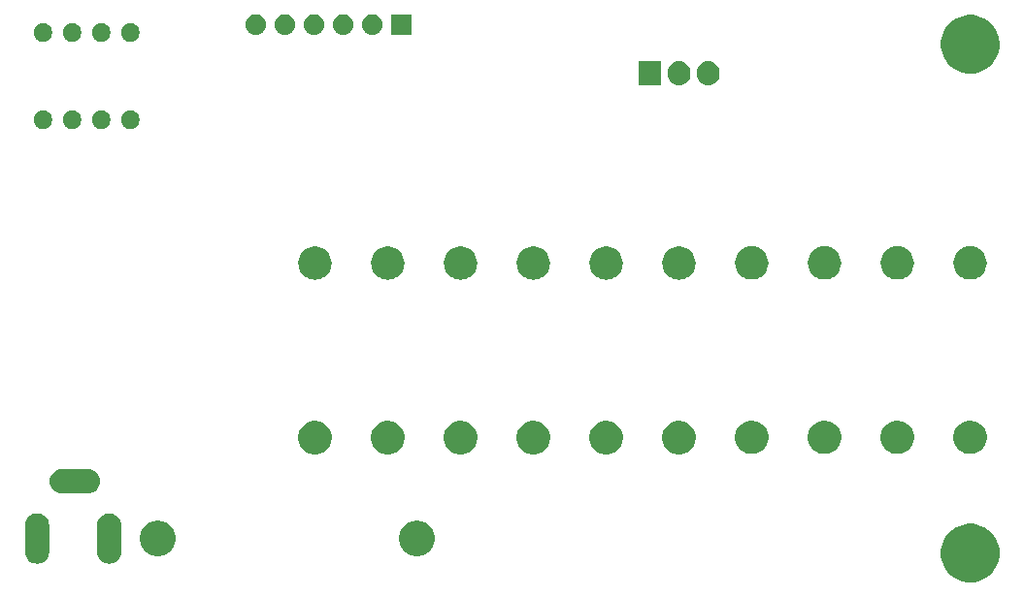
<source format=gbs>
G04 #@! TF.GenerationSoftware,KiCad,Pcbnew,(5.0.2)-1*
G04 #@! TF.CreationDate,2019-02-19T19:48:52+01:00*
G04 #@! TF.ProjectId,rload,726c6f61-642e-46b6-9963-61645f706362,rev?*
G04 #@! TF.SameCoordinates,Original*
G04 #@! TF.FileFunction,Soldermask,Bot*
G04 #@! TF.FilePolarity,Negative*
%FSLAX46Y46*%
G04 Gerber Fmt 4.6, Leading zero omitted, Abs format (unit mm)*
G04 Created by KiCad (PCBNEW (5.0.2)-1) date 19.02.2019 19:48:52*
%MOMM*%
%LPD*%
G01*
G04 APERTURE LIST*
%ADD10C,0.100000*%
G04 APERTURE END LIST*
D10*
G36*
X200134096Y-119467033D02*
X200134098Y-119467034D01*
X200134099Y-119467034D01*
X200598352Y-119659333D01*
X200981472Y-119915326D01*
X201016171Y-119938511D01*
X201371489Y-120293829D01*
X201371491Y-120293832D01*
X201650667Y-120711648D01*
X201812525Y-121102410D01*
X201842967Y-121175904D01*
X201941000Y-121668747D01*
X201941000Y-122171253D01*
X201866306Y-122546765D01*
X201842966Y-122664099D01*
X201650667Y-123128352D01*
X201372750Y-123544284D01*
X201371489Y-123546171D01*
X201016171Y-123901489D01*
X201016168Y-123901491D01*
X200598352Y-124180667D01*
X200134099Y-124372966D01*
X200134098Y-124372966D01*
X200134096Y-124372967D01*
X199641253Y-124471000D01*
X199138747Y-124471000D01*
X198645904Y-124372967D01*
X198645902Y-124372966D01*
X198645901Y-124372966D01*
X198181648Y-124180667D01*
X197763832Y-123901491D01*
X197763829Y-123901489D01*
X197408511Y-123546171D01*
X197407250Y-123544284D01*
X197129333Y-123128352D01*
X196937034Y-122664099D01*
X196913695Y-122546765D01*
X196839000Y-122171253D01*
X196839000Y-121668747D01*
X196937033Y-121175904D01*
X196967475Y-121102410D01*
X197129333Y-120711648D01*
X197408509Y-120293832D01*
X197408511Y-120293829D01*
X197763829Y-119938511D01*
X197798528Y-119915326D01*
X198181648Y-119659333D01*
X198645901Y-119467034D01*
X198645902Y-119467034D01*
X198645904Y-119467033D01*
X199138747Y-119369000D01*
X199641253Y-119369000D01*
X200134096Y-119467033D01*
X200134096Y-119467033D01*
G37*
G36*
X118196032Y-118464207D02*
X118394146Y-118524305D01*
X118576729Y-118621897D01*
X118736765Y-118753235D01*
X118868103Y-118913271D01*
X118965695Y-119095854D01*
X119025793Y-119293968D01*
X119041000Y-119448370D01*
X119041000Y-121851630D01*
X119025793Y-122006032D01*
X118965695Y-122204146D01*
X118868103Y-122386729D01*
X118868101Y-122386731D01*
X118736768Y-122546762D01*
X118736766Y-122546763D01*
X118736765Y-122546765D01*
X118576729Y-122678103D01*
X118394145Y-122775695D01*
X118196031Y-122835793D01*
X117990000Y-122856085D01*
X117783968Y-122835793D01*
X117585854Y-122775695D01*
X117403271Y-122678103D01*
X117339257Y-122625568D01*
X117243238Y-122546768D01*
X117243237Y-122546766D01*
X117243235Y-122546765D01*
X117111897Y-122386729D01*
X117014305Y-122204145D01*
X116954207Y-122006031D01*
X116939000Y-121851629D01*
X116939001Y-119448370D01*
X116954208Y-119293968D01*
X117014306Y-119095854D01*
X117111898Y-118913271D01*
X117243236Y-118753235D01*
X117403272Y-118621897D01*
X117585855Y-118524305D01*
X117783969Y-118464207D01*
X117990000Y-118443915D01*
X118196032Y-118464207D01*
X118196032Y-118464207D01*
G37*
G36*
X124496031Y-118464207D02*
X124694145Y-118524305D01*
X124876729Y-118621897D01*
X125036765Y-118753235D01*
X125036766Y-118753237D01*
X125036768Y-118753238D01*
X125115568Y-118849257D01*
X125168103Y-118913271D01*
X125265695Y-119095854D01*
X125325793Y-119293968D01*
X125341000Y-119448370D01*
X125341000Y-121851630D01*
X125325793Y-122006032D01*
X125265695Y-122204146D01*
X125168103Y-122386729D01*
X125036765Y-122546765D01*
X124876729Y-122678103D01*
X124694146Y-122775695D01*
X124496032Y-122835793D01*
X124290000Y-122856085D01*
X124083969Y-122835793D01*
X123885855Y-122775695D01*
X123703272Y-122678103D01*
X123543236Y-122546765D01*
X123411898Y-122386729D01*
X123314306Y-122204146D01*
X123254208Y-122006032D01*
X123239001Y-121851630D01*
X123239000Y-119448371D01*
X123254207Y-119293969D01*
X123314305Y-119095855D01*
X123411897Y-118913271D01*
X123543235Y-118753235D01*
X123543237Y-118753234D01*
X123543238Y-118753232D01*
X123703269Y-118621899D01*
X123703271Y-118621897D01*
X123885854Y-118524305D01*
X124083968Y-118464207D01*
X124290000Y-118443915D01*
X124496031Y-118464207D01*
X124496031Y-118464207D01*
G37*
G36*
X128882527Y-119138736D02*
X128982410Y-119158604D01*
X129264674Y-119275521D01*
X129518705Y-119445259D01*
X129734741Y-119661295D01*
X129904479Y-119915326D01*
X130021396Y-120197590D01*
X130081000Y-120497240D01*
X130081000Y-120802760D01*
X130021396Y-121102410D01*
X129904479Y-121384674D01*
X129734741Y-121638705D01*
X129518705Y-121854741D01*
X129264674Y-122024479D01*
X128982410Y-122141396D01*
X128882527Y-122161264D01*
X128682762Y-122201000D01*
X128377238Y-122201000D01*
X128177473Y-122161264D01*
X128077590Y-122141396D01*
X127795326Y-122024479D01*
X127541295Y-121854741D01*
X127325259Y-121638705D01*
X127155521Y-121384674D01*
X127038604Y-121102410D01*
X126979000Y-120802760D01*
X126979000Y-120497240D01*
X127038604Y-120197590D01*
X127155521Y-119915326D01*
X127325259Y-119661295D01*
X127541295Y-119445259D01*
X127795326Y-119275521D01*
X128077590Y-119158604D01*
X128177473Y-119138736D01*
X128377238Y-119099000D01*
X128682762Y-119099000D01*
X128882527Y-119138736D01*
X128882527Y-119138736D01*
G37*
G36*
X151482527Y-119138736D02*
X151582410Y-119158604D01*
X151864674Y-119275521D01*
X152118705Y-119445259D01*
X152334741Y-119661295D01*
X152504479Y-119915326D01*
X152621396Y-120197590D01*
X152681000Y-120497240D01*
X152681000Y-120802760D01*
X152621396Y-121102410D01*
X152504479Y-121384674D01*
X152334741Y-121638705D01*
X152118705Y-121854741D01*
X151864674Y-122024479D01*
X151582410Y-122141396D01*
X151482527Y-122161264D01*
X151282762Y-122201000D01*
X150977238Y-122201000D01*
X150777473Y-122161264D01*
X150677590Y-122141396D01*
X150395326Y-122024479D01*
X150141295Y-121854741D01*
X149925259Y-121638705D01*
X149755521Y-121384674D01*
X149638604Y-121102410D01*
X149579000Y-120802760D01*
X149579000Y-120497240D01*
X149638604Y-120197590D01*
X149755521Y-119915326D01*
X149925259Y-119661295D01*
X150141295Y-119445259D01*
X150395326Y-119275521D01*
X150677590Y-119158604D01*
X150777473Y-119138736D01*
X150977238Y-119099000D01*
X151282762Y-119099000D01*
X151482527Y-119138736D01*
X151482527Y-119138736D01*
G37*
G36*
X122522510Y-114602041D02*
X122646032Y-114614207D01*
X122844146Y-114674305D01*
X123026729Y-114771897D01*
X123186765Y-114903235D01*
X123318103Y-115063271D01*
X123415695Y-115245854D01*
X123475793Y-115443968D01*
X123496085Y-115650000D01*
X123475793Y-115856032D01*
X123415695Y-116054146D01*
X123318103Y-116236729D01*
X123186765Y-116396765D01*
X123026729Y-116528103D01*
X122844146Y-116625695D01*
X122646032Y-116685793D01*
X122522510Y-116697959D01*
X122491631Y-116701000D01*
X120088369Y-116701000D01*
X120057490Y-116697959D01*
X119933968Y-116685793D01*
X119735854Y-116625695D01*
X119553271Y-116528103D01*
X119393235Y-116396765D01*
X119261897Y-116236729D01*
X119164305Y-116054146D01*
X119104207Y-115856032D01*
X119083915Y-115650000D01*
X119104207Y-115443968D01*
X119164305Y-115245854D01*
X119261897Y-115063271D01*
X119393235Y-114903235D01*
X119553271Y-114771897D01*
X119735854Y-114674305D01*
X119933968Y-114614207D01*
X120057490Y-114602041D01*
X120088369Y-114599000D01*
X122491631Y-114599000D01*
X122522510Y-114602041D01*
X122522510Y-114602041D01*
G37*
G36*
X149006410Y-110436446D02*
X149006412Y-110436447D01*
X149006413Y-110436447D01*
X149270478Y-110545826D01*
X149270479Y-110545827D01*
X149508134Y-110704623D01*
X149710235Y-110906724D01*
X149710237Y-110906727D01*
X149869032Y-111144380D01*
X149972612Y-111394445D01*
X149978412Y-111408448D01*
X150034172Y-111688774D01*
X150034172Y-111974598D01*
X149981197Y-112240924D01*
X149978411Y-112254927D01*
X149869032Y-112518992D01*
X149869031Y-112518993D01*
X149710235Y-112756648D01*
X149508134Y-112958749D01*
X149508131Y-112958751D01*
X149270478Y-113117546D01*
X149006413Y-113226925D01*
X149006412Y-113226925D01*
X149006410Y-113226926D01*
X148726084Y-113282686D01*
X148440260Y-113282686D01*
X148159934Y-113226926D01*
X148159932Y-113226925D01*
X148159931Y-113226925D01*
X147895866Y-113117546D01*
X147658213Y-112958751D01*
X147658210Y-112958749D01*
X147456109Y-112756648D01*
X147297313Y-112518993D01*
X147297312Y-112518992D01*
X147187933Y-112254927D01*
X147185148Y-112240924D01*
X147132172Y-111974598D01*
X147132172Y-111688774D01*
X147187932Y-111408448D01*
X147193732Y-111394445D01*
X147297312Y-111144380D01*
X147456107Y-110906727D01*
X147456109Y-110906724D01*
X147658210Y-110704623D01*
X147895865Y-110545827D01*
X147895866Y-110545826D01*
X148159931Y-110436447D01*
X148159932Y-110436447D01*
X148159934Y-110436446D01*
X148440260Y-110380686D01*
X148726084Y-110380686D01*
X149006410Y-110436446D01*
X149006410Y-110436446D01*
G37*
G36*
X155356410Y-110436446D02*
X155356412Y-110436447D01*
X155356413Y-110436447D01*
X155620478Y-110545826D01*
X155620479Y-110545827D01*
X155858134Y-110704623D01*
X156060235Y-110906724D01*
X156060237Y-110906727D01*
X156219032Y-111144380D01*
X156322612Y-111394445D01*
X156328412Y-111408448D01*
X156384172Y-111688774D01*
X156384172Y-111974598D01*
X156331197Y-112240924D01*
X156328411Y-112254927D01*
X156219032Y-112518992D01*
X156219031Y-112518993D01*
X156060235Y-112756648D01*
X155858134Y-112958749D01*
X155858131Y-112958751D01*
X155620478Y-113117546D01*
X155356413Y-113226925D01*
X155356412Y-113226925D01*
X155356410Y-113226926D01*
X155076084Y-113282686D01*
X154790260Y-113282686D01*
X154509934Y-113226926D01*
X154509932Y-113226925D01*
X154509931Y-113226925D01*
X154245866Y-113117546D01*
X154008213Y-112958751D01*
X154008210Y-112958749D01*
X153806109Y-112756648D01*
X153647313Y-112518993D01*
X153647312Y-112518992D01*
X153537933Y-112254927D01*
X153535148Y-112240924D01*
X153482172Y-111974598D01*
X153482172Y-111688774D01*
X153537932Y-111408448D01*
X153543732Y-111394445D01*
X153647312Y-111144380D01*
X153806107Y-110906727D01*
X153806109Y-110906724D01*
X154008210Y-110704623D01*
X154245865Y-110545827D01*
X154245866Y-110545826D01*
X154509931Y-110436447D01*
X154509932Y-110436447D01*
X154509934Y-110436446D01*
X154790260Y-110380686D01*
X155076084Y-110380686D01*
X155356410Y-110436446D01*
X155356410Y-110436446D01*
G37*
G36*
X161706410Y-110436446D02*
X161706412Y-110436447D01*
X161706413Y-110436447D01*
X161970478Y-110545826D01*
X161970479Y-110545827D01*
X162208134Y-110704623D01*
X162410235Y-110906724D01*
X162410237Y-110906727D01*
X162569032Y-111144380D01*
X162672612Y-111394445D01*
X162678412Y-111408448D01*
X162734172Y-111688774D01*
X162734172Y-111974598D01*
X162681197Y-112240924D01*
X162678411Y-112254927D01*
X162569032Y-112518992D01*
X162569031Y-112518993D01*
X162410235Y-112756648D01*
X162208134Y-112958749D01*
X162208131Y-112958751D01*
X161970478Y-113117546D01*
X161706413Y-113226925D01*
X161706412Y-113226925D01*
X161706410Y-113226926D01*
X161426084Y-113282686D01*
X161140260Y-113282686D01*
X160859934Y-113226926D01*
X160859932Y-113226925D01*
X160859931Y-113226925D01*
X160595866Y-113117546D01*
X160358213Y-112958751D01*
X160358210Y-112958749D01*
X160156109Y-112756648D01*
X159997313Y-112518993D01*
X159997312Y-112518992D01*
X159887933Y-112254927D01*
X159885148Y-112240924D01*
X159832172Y-111974598D01*
X159832172Y-111688774D01*
X159887932Y-111408448D01*
X159893732Y-111394445D01*
X159997312Y-111144380D01*
X160156107Y-110906727D01*
X160156109Y-110906724D01*
X160358210Y-110704623D01*
X160595865Y-110545827D01*
X160595866Y-110545826D01*
X160859931Y-110436447D01*
X160859932Y-110436447D01*
X160859934Y-110436446D01*
X161140260Y-110380686D01*
X161426084Y-110380686D01*
X161706410Y-110436446D01*
X161706410Y-110436446D01*
G37*
G36*
X168056410Y-110436446D02*
X168056412Y-110436447D01*
X168056413Y-110436447D01*
X168320478Y-110545826D01*
X168320479Y-110545827D01*
X168558134Y-110704623D01*
X168760235Y-110906724D01*
X168760237Y-110906727D01*
X168919032Y-111144380D01*
X169022612Y-111394445D01*
X169028412Y-111408448D01*
X169084172Y-111688774D01*
X169084172Y-111974598D01*
X169031197Y-112240924D01*
X169028411Y-112254927D01*
X168919032Y-112518992D01*
X168919031Y-112518993D01*
X168760235Y-112756648D01*
X168558134Y-112958749D01*
X168558131Y-112958751D01*
X168320478Y-113117546D01*
X168056413Y-113226925D01*
X168056412Y-113226925D01*
X168056410Y-113226926D01*
X167776084Y-113282686D01*
X167490260Y-113282686D01*
X167209934Y-113226926D01*
X167209932Y-113226925D01*
X167209931Y-113226925D01*
X166945866Y-113117546D01*
X166708213Y-112958751D01*
X166708210Y-112958749D01*
X166506109Y-112756648D01*
X166347313Y-112518993D01*
X166347312Y-112518992D01*
X166237933Y-112254927D01*
X166235148Y-112240924D01*
X166182172Y-111974598D01*
X166182172Y-111688774D01*
X166237932Y-111408448D01*
X166243732Y-111394445D01*
X166347312Y-111144380D01*
X166506107Y-110906727D01*
X166506109Y-110906724D01*
X166708210Y-110704623D01*
X166945865Y-110545827D01*
X166945866Y-110545826D01*
X167209931Y-110436447D01*
X167209932Y-110436447D01*
X167209934Y-110436446D01*
X167490260Y-110380686D01*
X167776084Y-110380686D01*
X168056410Y-110436446D01*
X168056410Y-110436446D01*
G37*
G36*
X174406410Y-110436446D02*
X174406412Y-110436447D01*
X174406413Y-110436447D01*
X174670478Y-110545826D01*
X174670479Y-110545827D01*
X174908134Y-110704623D01*
X175110235Y-110906724D01*
X175110237Y-110906727D01*
X175269032Y-111144380D01*
X175372612Y-111394445D01*
X175378412Y-111408448D01*
X175434172Y-111688774D01*
X175434172Y-111974598D01*
X175381197Y-112240924D01*
X175378411Y-112254927D01*
X175269032Y-112518992D01*
X175269031Y-112518993D01*
X175110235Y-112756648D01*
X174908134Y-112958749D01*
X174908131Y-112958751D01*
X174670478Y-113117546D01*
X174406413Y-113226925D01*
X174406412Y-113226925D01*
X174406410Y-113226926D01*
X174126084Y-113282686D01*
X173840260Y-113282686D01*
X173559934Y-113226926D01*
X173559932Y-113226925D01*
X173559931Y-113226925D01*
X173295866Y-113117546D01*
X173058213Y-112958751D01*
X173058210Y-112958749D01*
X172856109Y-112756648D01*
X172697313Y-112518993D01*
X172697312Y-112518992D01*
X172587933Y-112254927D01*
X172585148Y-112240924D01*
X172532172Y-111974598D01*
X172532172Y-111688774D01*
X172587932Y-111408448D01*
X172593732Y-111394445D01*
X172697312Y-111144380D01*
X172856107Y-110906727D01*
X172856109Y-110906724D01*
X173058210Y-110704623D01*
X173295865Y-110545827D01*
X173295866Y-110545826D01*
X173559931Y-110436447D01*
X173559932Y-110436447D01*
X173559934Y-110436446D01*
X173840260Y-110380686D01*
X174126084Y-110380686D01*
X174406410Y-110436446D01*
X174406410Y-110436446D01*
G37*
G36*
X142656410Y-110436446D02*
X142656412Y-110436447D01*
X142656413Y-110436447D01*
X142920478Y-110545826D01*
X142920479Y-110545827D01*
X143158134Y-110704623D01*
X143360235Y-110906724D01*
X143360237Y-110906727D01*
X143519032Y-111144380D01*
X143622612Y-111394445D01*
X143628412Y-111408448D01*
X143684172Y-111688774D01*
X143684172Y-111974598D01*
X143631197Y-112240924D01*
X143628411Y-112254927D01*
X143519032Y-112518992D01*
X143519031Y-112518993D01*
X143360235Y-112756648D01*
X143158134Y-112958749D01*
X143158131Y-112958751D01*
X142920478Y-113117546D01*
X142656413Y-113226925D01*
X142656412Y-113226925D01*
X142656410Y-113226926D01*
X142376084Y-113282686D01*
X142090260Y-113282686D01*
X141809934Y-113226926D01*
X141809932Y-113226925D01*
X141809931Y-113226925D01*
X141545866Y-113117546D01*
X141308213Y-112958751D01*
X141308210Y-112958749D01*
X141106109Y-112756648D01*
X140947313Y-112518993D01*
X140947312Y-112518992D01*
X140837933Y-112254927D01*
X140835148Y-112240924D01*
X140782172Y-111974598D01*
X140782172Y-111688774D01*
X140837932Y-111408448D01*
X140843732Y-111394445D01*
X140947312Y-111144380D01*
X141106107Y-110906727D01*
X141106109Y-110906724D01*
X141308210Y-110704623D01*
X141545865Y-110545827D01*
X141545866Y-110545826D01*
X141809931Y-110436447D01*
X141809932Y-110436447D01*
X141809934Y-110436446D01*
X142090260Y-110380686D01*
X142376084Y-110380686D01*
X142656410Y-110436446D01*
X142656410Y-110436446D01*
G37*
G36*
X199806410Y-110422446D02*
X199806412Y-110422447D01*
X199806413Y-110422447D01*
X200070478Y-110531826D01*
X200304926Y-110688480D01*
X200308134Y-110690623D01*
X200510235Y-110892724D01*
X200510237Y-110892727D01*
X200669032Y-111130380D01*
X200778411Y-111394445D01*
X200778412Y-111394448D01*
X200834172Y-111674774D01*
X200834172Y-111960597D01*
X200778411Y-112240927D01*
X200669032Y-112504992D01*
X200512378Y-112739440D01*
X200510235Y-112742648D01*
X200308134Y-112944749D01*
X200308131Y-112944751D01*
X200070478Y-113103546D01*
X199806413Y-113212925D01*
X199806412Y-113212925D01*
X199806410Y-113212926D01*
X199526084Y-113268686D01*
X199240260Y-113268686D01*
X198959934Y-113212926D01*
X198959932Y-113212925D01*
X198959931Y-113212925D01*
X198695866Y-113103546D01*
X198458213Y-112944751D01*
X198458210Y-112944749D01*
X198256109Y-112742648D01*
X198253966Y-112739440D01*
X198097312Y-112504992D01*
X197987933Y-112240927D01*
X197932172Y-111960597D01*
X197932172Y-111674774D01*
X197987932Y-111394448D01*
X197987933Y-111394445D01*
X198097312Y-111130380D01*
X198256107Y-110892727D01*
X198256109Y-110892724D01*
X198458210Y-110690623D01*
X198461418Y-110688480D01*
X198695866Y-110531826D01*
X198959931Y-110422447D01*
X198959932Y-110422447D01*
X198959934Y-110422446D01*
X199240260Y-110366686D01*
X199526084Y-110366686D01*
X199806410Y-110422446D01*
X199806410Y-110422446D01*
G37*
G36*
X193456410Y-110422446D02*
X193456412Y-110422447D01*
X193456413Y-110422447D01*
X193720478Y-110531826D01*
X193954926Y-110688480D01*
X193958134Y-110690623D01*
X194160235Y-110892724D01*
X194160237Y-110892727D01*
X194319032Y-111130380D01*
X194428411Y-111394445D01*
X194428412Y-111394448D01*
X194484172Y-111674774D01*
X194484172Y-111960597D01*
X194428411Y-112240927D01*
X194319032Y-112504992D01*
X194162378Y-112739440D01*
X194160235Y-112742648D01*
X193958134Y-112944749D01*
X193958131Y-112944751D01*
X193720478Y-113103546D01*
X193456413Y-113212925D01*
X193456412Y-113212925D01*
X193456410Y-113212926D01*
X193176084Y-113268686D01*
X192890260Y-113268686D01*
X192609934Y-113212926D01*
X192609932Y-113212925D01*
X192609931Y-113212925D01*
X192345866Y-113103546D01*
X192108213Y-112944751D01*
X192108210Y-112944749D01*
X191906109Y-112742648D01*
X191903966Y-112739440D01*
X191747312Y-112504992D01*
X191637933Y-112240927D01*
X191582172Y-111960597D01*
X191582172Y-111674774D01*
X191637932Y-111394448D01*
X191637933Y-111394445D01*
X191747312Y-111130380D01*
X191906107Y-110892727D01*
X191906109Y-110892724D01*
X192108210Y-110690623D01*
X192111418Y-110688480D01*
X192345866Y-110531826D01*
X192609931Y-110422447D01*
X192609932Y-110422447D01*
X192609934Y-110422446D01*
X192890260Y-110366686D01*
X193176084Y-110366686D01*
X193456410Y-110422446D01*
X193456410Y-110422446D01*
G37*
G36*
X187106410Y-110422446D02*
X187106412Y-110422447D01*
X187106413Y-110422447D01*
X187370478Y-110531826D01*
X187604926Y-110688480D01*
X187608134Y-110690623D01*
X187810235Y-110892724D01*
X187810237Y-110892727D01*
X187969032Y-111130380D01*
X188078411Y-111394445D01*
X188078412Y-111394448D01*
X188134172Y-111674774D01*
X188134172Y-111960597D01*
X188078411Y-112240927D01*
X187969032Y-112504992D01*
X187812378Y-112739440D01*
X187810235Y-112742648D01*
X187608134Y-112944749D01*
X187608131Y-112944751D01*
X187370478Y-113103546D01*
X187106413Y-113212925D01*
X187106412Y-113212925D01*
X187106410Y-113212926D01*
X186826084Y-113268686D01*
X186540260Y-113268686D01*
X186259934Y-113212926D01*
X186259932Y-113212925D01*
X186259931Y-113212925D01*
X185995866Y-113103546D01*
X185758213Y-112944751D01*
X185758210Y-112944749D01*
X185556109Y-112742648D01*
X185553966Y-112739440D01*
X185397312Y-112504992D01*
X185287933Y-112240927D01*
X185232172Y-111960597D01*
X185232172Y-111674774D01*
X185287932Y-111394448D01*
X185287933Y-111394445D01*
X185397312Y-111130380D01*
X185556107Y-110892727D01*
X185556109Y-110892724D01*
X185758210Y-110690623D01*
X185761418Y-110688480D01*
X185995866Y-110531826D01*
X186259931Y-110422447D01*
X186259932Y-110422447D01*
X186259934Y-110422446D01*
X186540260Y-110366686D01*
X186826084Y-110366686D01*
X187106410Y-110422446D01*
X187106410Y-110422446D01*
G37*
G36*
X180756410Y-110422446D02*
X180756412Y-110422447D01*
X180756413Y-110422447D01*
X181020478Y-110531826D01*
X181254926Y-110688480D01*
X181258134Y-110690623D01*
X181460235Y-110892724D01*
X181460237Y-110892727D01*
X181619032Y-111130380D01*
X181728411Y-111394445D01*
X181728412Y-111394448D01*
X181784172Y-111674774D01*
X181784172Y-111960597D01*
X181728411Y-112240927D01*
X181619032Y-112504992D01*
X181462378Y-112739440D01*
X181460235Y-112742648D01*
X181258134Y-112944749D01*
X181258131Y-112944751D01*
X181020478Y-113103546D01*
X180756413Y-113212925D01*
X180756412Y-113212925D01*
X180756410Y-113212926D01*
X180476084Y-113268686D01*
X180190260Y-113268686D01*
X179909934Y-113212926D01*
X179909932Y-113212925D01*
X179909931Y-113212925D01*
X179645866Y-113103546D01*
X179408213Y-112944751D01*
X179408210Y-112944749D01*
X179206109Y-112742648D01*
X179203966Y-112739440D01*
X179047312Y-112504992D01*
X178937933Y-112240927D01*
X178882172Y-111960597D01*
X178882172Y-111674774D01*
X178937932Y-111394448D01*
X178937933Y-111394445D01*
X179047312Y-111130380D01*
X179206107Y-110892727D01*
X179206109Y-110892724D01*
X179408210Y-110690623D01*
X179411418Y-110688480D01*
X179645866Y-110531826D01*
X179909931Y-110422447D01*
X179909932Y-110422447D01*
X179909934Y-110422446D01*
X180190260Y-110366686D01*
X180476084Y-110366686D01*
X180756410Y-110422446D01*
X180756410Y-110422446D01*
G37*
G36*
X155075471Y-95147681D02*
X155217618Y-95161681D01*
X155399961Y-95216994D01*
X155491133Y-95244651D01*
X155625869Y-95316670D01*
X155743205Y-95379387D01*
X155964148Y-95560710D01*
X156133982Y-95767653D01*
X156145470Y-95781652D01*
X156280207Y-96033725D01*
X156280207Y-96033726D01*
X156363177Y-96307240D01*
X156391192Y-96591686D01*
X156363177Y-96876132D01*
X156307864Y-97058475D01*
X156280207Y-97149647D01*
X156208188Y-97284383D01*
X156145471Y-97401719D01*
X155964148Y-97622662D01*
X155743205Y-97803985D01*
X155625869Y-97866702D01*
X155491133Y-97938721D01*
X155399961Y-97966378D01*
X155217618Y-98021691D01*
X155146595Y-98028686D01*
X155004450Y-98042686D01*
X154861894Y-98042686D01*
X154719749Y-98028686D01*
X154648726Y-98021691D01*
X154466383Y-97966378D01*
X154375211Y-97938721D01*
X154240475Y-97866702D01*
X154123139Y-97803985D01*
X153902196Y-97622662D01*
X153720873Y-97401719D01*
X153658156Y-97284383D01*
X153586137Y-97149647D01*
X153558480Y-97058475D01*
X153503167Y-96876132D01*
X153475152Y-96591686D01*
X153503167Y-96307240D01*
X153586137Y-96033726D01*
X153586137Y-96033725D01*
X153720874Y-95781652D01*
X153732363Y-95767653D01*
X153902196Y-95560710D01*
X154123139Y-95379387D01*
X154240475Y-95316670D01*
X154375211Y-95244651D01*
X154466383Y-95216994D01*
X154648726Y-95161681D01*
X154790873Y-95147681D01*
X154861894Y-95140686D01*
X155004450Y-95140686D01*
X155075471Y-95147681D01*
X155075471Y-95147681D01*
G37*
G36*
X167775471Y-95147681D02*
X167917618Y-95161681D01*
X168099961Y-95216994D01*
X168191133Y-95244651D01*
X168325869Y-95316670D01*
X168443205Y-95379387D01*
X168664148Y-95560710D01*
X168833982Y-95767653D01*
X168845470Y-95781652D01*
X168980207Y-96033725D01*
X168980207Y-96033726D01*
X169063177Y-96307240D01*
X169091192Y-96591686D01*
X169063177Y-96876132D01*
X169007864Y-97058475D01*
X168980207Y-97149647D01*
X168908188Y-97284383D01*
X168845471Y-97401719D01*
X168664148Y-97622662D01*
X168443205Y-97803985D01*
X168325869Y-97866702D01*
X168191133Y-97938721D01*
X168099961Y-97966378D01*
X167917618Y-98021691D01*
X167846595Y-98028686D01*
X167704450Y-98042686D01*
X167561894Y-98042686D01*
X167419749Y-98028686D01*
X167348726Y-98021691D01*
X167166383Y-97966378D01*
X167075211Y-97938721D01*
X166940475Y-97866702D01*
X166823139Y-97803985D01*
X166602196Y-97622662D01*
X166420873Y-97401719D01*
X166358156Y-97284383D01*
X166286137Y-97149647D01*
X166258480Y-97058475D01*
X166203167Y-96876132D01*
X166175152Y-96591686D01*
X166203167Y-96307240D01*
X166286137Y-96033726D01*
X166286137Y-96033725D01*
X166420874Y-95781652D01*
X166432363Y-95767653D01*
X166602196Y-95560710D01*
X166823139Y-95379387D01*
X166940475Y-95316670D01*
X167075211Y-95244651D01*
X167166383Y-95216994D01*
X167348726Y-95161681D01*
X167490873Y-95147681D01*
X167561894Y-95140686D01*
X167704450Y-95140686D01*
X167775471Y-95147681D01*
X167775471Y-95147681D01*
G37*
G36*
X174125471Y-95147681D02*
X174267618Y-95161681D01*
X174449961Y-95216994D01*
X174541133Y-95244651D01*
X174675869Y-95316670D01*
X174793205Y-95379387D01*
X175014148Y-95560710D01*
X175183982Y-95767653D01*
X175195470Y-95781652D01*
X175330207Y-96033725D01*
X175330207Y-96033726D01*
X175413177Y-96307240D01*
X175441192Y-96591686D01*
X175413177Y-96876132D01*
X175357864Y-97058475D01*
X175330207Y-97149647D01*
X175258188Y-97284383D01*
X175195471Y-97401719D01*
X175014148Y-97622662D01*
X174793205Y-97803985D01*
X174675869Y-97866702D01*
X174541133Y-97938721D01*
X174449961Y-97966378D01*
X174267618Y-98021691D01*
X174196595Y-98028686D01*
X174054450Y-98042686D01*
X173911894Y-98042686D01*
X173769749Y-98028686D01*
X173698726Y-98021691D01*
X173516383Y-97966378D01*
X173425211Y-97938721D01*
X173290475Y-97866702D01*
X173173139Y-97803985D01*
X172952196Y-97622662D01*
X172770873Y-97401719D01*
X172708156Y-97284383D01*
X172636137Y-97149647D01*
X172608480Y-97058475D01*
X172553167Y-96876132D01*
X172525152Y-96591686D01*
X172553167Y-96307240D01*
X172636137Y-96033726D01*
X172636137Y-96033725D01*
X172770874Y-95781652D01*
X172782363Y-95767653D01*
X172952196Y-95560710D01*
X173173139Y-95379387D01*
X173290475Y-95316670D01*
X173425211Y-95244651D01*
X173516383Y-95216994D01*
X173698726Y-95161681D01*
X173840873Y-95147681D01*
X173911894Y-95140686D01*
X174054450Y-95140686D01*
X174125471Y-95147681D01*
X174125471Y-95147681D01*
G37*
G36*
X161425471Y-95147681D02*
X161567618Y-95161681D01*
X161749961Y-95216994D01*
X161841133Y-95244651D01*
X161975869Y-95316670D01*
X162093205Y-95379387D01*
X162314148Y-95560710D01*
X162483982Y-95767653D01*
X162495470Y-95781652D01*
X162630207Y-96033725D01*
X162630207Y-96033726D01*
X162713177Y-96307240D01*
X162741192Y-96591686D01*
X162713177Y-96876132D01*
X162657864Y-97058475D01*
X162630207Y-97149647D01*
X162558188Y-97284383D01*
X162495471Y-97401719D01*
X162314148Y-97622662D01*
X162093205Y-97803985D01*
X161975869Y-97866702D01*
X161841133Y-97938721D01*
X161749961Y-97966378D01*
X161567618Y-98021691D01*
X161496595Y-98028686D01*
X161354450Y-98042686D01*
X161211894Y-98042686D01*
X161069749Y-98028686D01*
X160998726Y-98021691D01*
X160816383Y-97966378D01*
X160725211Y-97938721D01*
X160590475Y-97866702D01*
X160473139Y-97803985D01*
X160252196Y-97622662D01*
X160070873Y-97401719D01*
X160008156Y-97284383D01*
X159936137Y-97149647D01*
X159908480Y-97058475D01*
X159853167Y-96876132D01*
X159825152Y-96591686D01*
X159853167Y-96307240D01*
X159936137Y-96033726D01*
X159936137Y-96033725D01*
X160070874Y-95781652D01*
X160082363Y-95767653D01*
X160252196Y-95560710D01*
X160473139Y-95379387D01*
X160590475Y-95316670D01*
X160725211Y-95244651D01*
X160816383Y-95216994D01*
X160998726Y-95161681D01*
X161140873Y-95147681D01*
X161211894Y-95140686D01*
X161354450Y-95140686D01*
X161425471Y-95147681D01*
X161425471Y-95147681D01*
G37*
G36*
X148725471Y-95147681D02*
X148867618Y-95161681D01*
X149049961Y-95216994D01*
X149141133Y-95244651D01*
X149275869Y-95316670D01*
X149393205Y-95379387D01*
X149614148Y-95560710D01*
X149783982Y-95767653D01*
X149795470Y-95781652D01*
X149930207Y-96033725D01*
X149930207Y-96033726D01*
X150013177Y-96307240D01*
X150041192Y-96591686D01*
X150013177Y-96876132D01*
X149957864Y-97058475D01*
X149930207Y-97149647D01*
X149858188Y-97284383D01*
X149795471Y-97401719D01*
X149614148Y-97622662D01*
X149393205Y-97803985D01*
X149275869Y-97866702D01*
X149141133Y-97938721D01*
X149049961Y-97966378D01*
X148867618Y-98021691D01*
X148796595Y-98028686D01*
X148654450Y-98042686D01*
X148511894Y-98042686D01*
X148369749Y-98028686D01*
X148298726Y-98021691D01*
X148116383Y-97966378D01*
X148025211Y-97938721D01*
X147890475Y-97866702D01*
X147773139Y-97803985D01*
X147552196Y-97622662D01*
X147370873Y-97401719D01*
X147308156Y-97284383D01*
X147236137Y-97149647D01*
X147208480Y-97058475D01*
X147153167Y-96876132D01*
X147125152Y-96591686D01*
X147153167Y-96307240D01*
X147236137Y-96033726D01*
X147236137Y-96033725D01*
X147370874Y-95781652D01*
X147382363Y-95767653D01*
X147552196Y-95560710D01*
X147773139Y-95379387D01*
X147890475Y-95316670D01*
X148025211Y-95244651D01*
X148116383Y-95216994D01*
X148298726Y-95161681D01*
X148440873Y-95147681D01*
X148511894Y-95140686D01*
X148654450Y-95140686D01*
X148725471Y-95147681D01*
X148725471Y-95147681D01*
G37*
G36*
X142375471Y-95147681D02*
X142517618Y-95161681D01*
X142699961Y-95216994D01*
X142791133Y-95244651D01*
X142925869Y-95316670D01*
X143043205Y-95379387D01*
X143264148Y-95560710D01*
X143433982Y-95767653D01*
X143445470Y-95781652D01*
X143580207Y-96033725D01*
X143580207Y-96033726D01*
X143663177Y-96307240D01*
X143691192Y-96591686D01*
X143663177Y-96876132D01*
X143607864Y-97058475D01*
X143580207Y-97149647D01*
X143508188Y-97284383D01*
X143445471Y-97401719D01*
X143264148Y-97622662D01*
X143043205Y-97803985D01*
X142925869Y-97866702D01*
X142791133Y-97938721D01*
X142699961Y-97966378D01*
X142517618Y-98021691D01*
X142446595Y-98028686D01*
X142304450Y-98042686D01*
X142161894Y-98042686D01*
X142019749Y-98028686D01*
X141948726Y-98021691D01*
X141766383Y-97966378D01*
X141675211Y-97938721D01*
X141540475Y-97866702D01*
X141423139Y-97803985D01*
X141202196Y-97622662D01*
X141020873Y-97401719D01*
X140958156Y-97284383D01*
X140886137Y-97149647D01*
X140858480Y-97058475D01*
X140803167Y-96876132D01*
X140775152Y-96591686D01*
X140803167Y-96307240D01*
X140886137Y-96033726D01*
X140886137Y-96033725D01*
X141020874Y-95781652D01*
X141032363Y-95767653D01*
X141202196Y-95560710D01*
X141423139Y-95379387D01*
X141540475Y-95316670D01*
X141675211Y-95244651D01*
X141766383Y-95216994D01*
X141948726Y-95161681D01*
X142090873Y-95147681D01*
X142161894Y-95140686D01*
X142304450Y-95140686D01*
X142375471Y-95147681D01*
X142375471Y-95147681D01*
G37*
G36*
X199561033Y-95137183D02*
X199667618Y-95147681D01*
X199849961Y-95202994D01*
X199941133Y-95230651D01*
X200075869Y-95302670D01*
X200193205Y-95365387D01*
X200414148Y-95546710D01*
X200595471Y-95767653D01*
X200602954Y-95781653D01*
X200730207Y-96019725D01*
X200730207Y-96019726D01*
X200813177Y-96293240D01*
X200841192Y-96577686D01*
X200813177Y-96862132D01*
X200808930Y-96876132D01*
X200730207Y-97135647D01*
X200658188Y-97270383D01*
X200595471Y-97387719D01*
X200414148Y-97608662D01*
X200193205Y-97789985D01*
X200075869Y-97852702D01*
X199941133Y-97924721D01*
X199849961Y-97952378D01*
X199667618Y-98007691D01*
X199561033Y-98018189D01*
X199454450Y-98028686D01*
X199311894Y-98028686D01*
X199205311Y-98018188D01*
X199098726Y-98007691D01*
X198916383Y-97952378D01*
X198825211Y-97924721D01*
X198690475Y-97852702D01*
X198573139Y-97789985D01*
X198352196Y-97608662D01*
X198170873Y-97387719D01*
X198108156Y-97270383D01*
X198036137Y-97135647D01*
X197957414Y-96876132D01*
X197953167Y-96862132D01*
X197925152Y-96577686D01*
X197953167Y-96293240D01*
X198036137Y-96019726D01*
X198036137Y-96019725D01*
X198163390Y-95781653D01*
X198170873Y-95767653D01*
X198352196Y-95546710D01*
X198573139Y-95365387D01*
X198690475Y-95302670D01*
X198825211Y-95230651D01*
X198916383Y-95202994D01*
X199098726Y-95147681D01*
X199205311Y-95137183D01*
X199311894Y-95126686D01*
X199454450Y-95126686D01*
X199561033Y-95137183D01*
X199561033Y-95137183D01*
G37*
G36*
X180511033Y-95137183D02*
X180617618Y-95147681D01*
X180799961Y-95202994D01*
X180891133Y-95230651D01*
X181025869Y-95302670D01*
X181143205Y-95365387D01*
X181364148Y-95546710D01*
X181545471Y-95767653D01*
X181552954Y-95781653D01*
X181680207Y-96019725D01*
X181680207Y-96019726D01*
X181763177Y-96293240D01*
X181791192Y-96577686D01*
X181763177Y-96862132D01*
X181758930Y-96876132D01*
X181680207Y-97135647D01*
X181608188Y-97270383D01*
X181545471Y-97387719D01*
X181364148Y-97608662D01*
X181143205Y-97789985D01*
X181025869Y-97852702D01*
X180891133Y-97924721D01*
X180799961Y-97952378D01*
X180617618Y-98007691D01*
X180511033Y-98018189D01*
X180404450Y-98028686D01*
X180261894Y-98028686D01*
X180155311Y-98018188D01*
X180048726Y-98007691D01*
X179866383Y-97952378D01*
X179775211Y-97924721D01*
X179640475Y-97852702D01*
X179523139Y-97789985D01*
X179302196Y-97608662D01*
X179120873Y-97387719D01*
X179058156Y-97270383D01*
X178986137Y-97135647D01*
X178907414Y-96876132D01*
X178903167Y-96862132D01*
X178875152Y-96577686D01*
X178903167Y-96293240D01*
X178986137Y-96019726D01*
X178986137Y-96019725D01*
X179113390Y-95781653D01*
X179120873Y-95767653D01*
X179302196Y-95546710D01*
X179523139Y-95365387D01*
X179640475Y-95302670D01*
X179775211Y-95230651D01*
X179866383Y-95202994D01*
X180048726Y-95147681D01*
X180155311Y-95137183D01*
X180261894Y-95126686D01*
X180404450Y-95126686D01*
X180511033Y-95137183D01*
X180511033Y-95137183D01*
G37*
G36*
X193211033Y-95137183D02*
X193317618Y-95147681D01*
X193499961Y-95202994D01*
X193591133Y-95230651D01*
X193725869Y-95302670D01*
X193843205Y-95365387D01*
X194064148Y-95546710D01*
X194245471Y-95767653D01*
X194252954Y-95781653D01*
X194380207Y-96019725D01*
X194380207Y-96019726D01*
X194463177Y-96293240D01*
X194491192Y-96577686D01*
X194463177Y-96862132D01*
X194458930Y-96876132D01*
X194380207Y-97135647D01*
X194308188Y-97270383D01*
X194245471Y-97387719D01*
X194064148Y-97608662D01*
X193843205Y-97789985D01*
X193725869Y-97852702D01*
X193591133Y-97924721D01*
X193499961Y-97952378D01*
X193317618Y-98007691D01*
X193211033Y-98018189D01*
X193104450Y-98028686D01*
X192961894Y-98028686D01*
X192855311Y-98018188D01*
X192748726Y-98007691D01*
X192566383Y-97952378D01*
X192475211Y-97924721D01*
X192340475Y-97852702D01*
X192223139Y-97789985D01*
X192002196Y-97608662D01*
X191820873Y-97387719D01*
X191758156Y-97270383D01*
X191686137Y-97135647D01*
X191607414Y-96876132D01*
X191603167Y-96862132D01*
X191575152Y-96577686D01*
X191603167Y-96293240D01*
X191686137Y-96019726D01*
X191686137Y-96019725D01*
X191813390Y-95781653D01*
X191820873Y-95767653D01*
X192002196Y-95546710D01*
X192223139Y-95365387D01*
X192340475Y-95302670D01*
X192475211Y-95230651D01*
X192566383Y-95202994D01*
X192748726Y-95147681D01*
X192855311Y-95137183D01*
X192961894Y-95126686D01*
X193104450Y-95126686D01*
X193211033Y-95137183D01*
X193211033Y-95137183D01*
G37*
G36*
X186861033Y-95137183D02*
X186967618Y-95147681D01*
X187149961Y-95202994D01*
X187241133Y-95230651D01*
X187375869Y-95302670D01*
X187493205Y-95365387D01*
X187714148Y-95546710D01*
X187895471Y-95767653D01*
X187902954Y-95781653D01*
X188030207Y-96019725D01*
X188030207Y-96019726D01*
X188113177Y-96293240D01*
X188141192Y-96577686D01*
X188113177Y-96862132D01*
X188108930Y-96876132D01*
X188030207Y-97135647D01*
X187958188Y-97270383D01*
X187895471Y-97387719D01*
X187714148Y-97608662D01*
X187493205Y-97789985D01*
X187375869Y-97852702D01*
X187241133Y-97924721D01*
X187149961Y-97952378D01*
X186967618Y-98007691D01*
X186861033Y-98018189D01*
X186754450Y-98028686D01*
X186611894Y-98028686D01*
X186505311Y-98018188D01*
X186398726Y-98007691D01*
X186216383Y-97952378D01*
X186125211Y-97924721D01*
X185990475Y-97852702D01*
X185873139Y-97789985D01*
X185652196Y-97608662D01*
X185470873Y-97387719D01*
X185408156Y-97270383D01*
X185336137Y-97135647D01*
X185257414Y-96876132D01*
X185253167Y-96862132D01*
X185225152Y-96577686D01*
X185253167Y-96293240D01*
X185336137Y-96019726D01*
X185336137Y-96019725D01*
X185463390Y-95781653D01*
X185470873Y-95767653D01*
X185652196Y-95546710D01*
X185873139Y-95365387D01*
X185990475Y-95302670D01*
X186125211Y-95230651D01*
X186216383Y-95202994D01*
X186398726Y-95147681D01*
X186505311Y-95137183D01*
X186611894Y-95126686D01*
X186754450Y-95126686D01*
X186861033Y-95137183D01*
X186861033Y-95137183D01*
G37*
G36*
X118737142Y-83278242D02*
X118885102Y-83339530D01*
X119018258Y-83428502D01*
X119131498Y-83541742D01*
X119220470Y-83674898D01*
X119281758Y-83822858D01*
X119313000Y-83979925D01*
X119313000Y-84140075D01*
X119281758Y-84297142D01*
X119220470Y-84445102D01*
X119131498Y-84578258D01*
X119018258Y-84691498D01*
X118885102Y-84780470D01*
X118737142Y-84841758D01*
X118580075Y-84873000D01*
X118419925Y-84873000D01*
X118262858Y-84841758D01*
X118114898Y-84780470D01*
X117981742Y-84691498D01*
X117868502Y-84578258D01*
X117779530Y-84445102D01*
X117718242Y-84297142D01*
X117687000Y-84140075D01*
X117687000Y-83979925D01*
X117718242Y-83822858D01*
X117779530Y-83674898D01*
X117868502Y-83541742D01*
X117981742Y-83428502D01*
X118114898Y-83339530D01*
X118262858Y-83278242D01*
X118419925Y-83247000D01*
X118580075Y-83247000D01*
X118737142Y-83278242D01*
X118737142Y-83278242D01*
G37*
G36*
X121277142Y-83278242D02*
X121425102Y-83339530D01*
X121558258Y-83428502D01*
X121671498Y-83541742D01*
X121760470Y-83674898D01*
X121821758Y-83822858D01*
X121853000Y-83979925D01*
X121853000Y-84140075D01*
X121821758Y-84297142D01*
X121760470Y-84445102D01*
X121671498Y-84578258D01*
X121558258Y-84691498D01*
X121425102Y-84780470D01*
X121277142Y-84841758D01*
X121120075Y-84873000D01*
X120959925Y-84873000D01*
X120802858Y-84841758D01*
X120654898Y-84780470D01*
X120521742Y-84691498D01*
X120408502Y-84578258D01*
X120319530Y-84445102D01*
X120258242Y-84297142D01*
X120227000Y-84140075D01*
X120227000Y-83979925D01*
X120258242Y-83822858D01*
X120319530Y-83674898D01*
X120408502Y-83541742D01*
X120521742Y-83428502D01*
X120654898Y-83339530D01*
X120802858Y-83278242D01*
X120959925Y-83247000D01*
X121120075Y-83247000D01*
X121277142Y-83278242D01*
X121277142Y-83278242D01*
G37*
G36*
X123817142Y-83278242D02*
X123965102Y-83339530D01*
X124098258Y-83428502D01*
X124211498Y-83541742D01*
X124300470Y-83674898D01*
X124361758Y-83822858D01*
X124393000Y-83979925D01*
X124393000Y-84140075D01*
X124361758Y-84297142D01*
X124300470Y-84445102D01*
X124211498Y-84578258D01*
X124098258Y-84691498D01*
X123965102Y-84780470D01*
X123817142Y-84841758D01*
X123660075Y-84873000D01*
X123499925Y-84873000D01*
X123342858Y-84841758D01*
X123194898Y-84780470D01*
X123061742Y-84691498D01*
X122948502Y-84578258D01*
X122859530Y-84445102D01*
X122798242Y-84297142D01*
X122767000Y-84140075D01*
X122767000Y-83979925D01*
X122798242Y-83822858D01*
X122859530Y-83674898D01*
X122948502Y-83541742D01*
X123061742Y-83428502D01*
X123194898Y-83339530D01*
X123342858Y-83278242D01*
X123499925Y-83247000D01*
X123660075Y-83247000D01*
X123817142Y-83278242D01*
X123817142Y-83278242D01*
G37*
G36*
X126357142Y-83278242D02*
X126505102Y-83339530D01*
X126638258Y-83428502D01*
X126751498Y-83541742D01*
X126840470Y-83674898D01*
X126901758Y-83822858D01*
X126933000Y-83979925D01*
X126933000Y-84140075D01*
X126901758Y-84297142D01*
X126840470Y-84445102D01*
X126751498Y-84578258D01*
X126638258Y-84691498D01*
X126505102Y-84780470D01*
X126357142Y-84841758D01*
X126200075Y-84873000D01*
X126039925Y-84873000D01*
X125882858Y-84841758D01*
X125734898Y-84780470D01*
X125601742Y-84691498D01*
X125488502Y-84578258D01*
X125399530Y-84445102D01*
X125338242Y-84297142D01*
X125307000Y-84140075D01*
X125307000Y-83979925D01*
X125338242Y-83822858D01*
X125399530Y-83674898D01*
X125488502Y-83541742D01*
X125601742Y-83428502D01*
X125734898Y-83339530D01*
X125882858Y-83278242D01*
X126039925Y-83247000D01*
X126200075Y-83247000D01*
X126357142Y-83278242D01*
X126357142Y-83278242D01*
G37*
G36*
X174186719Y-78973520D02*
X174375880Y-79030901D01*
X174550212Y-79124083D01*
X174703015Y-79249485D01*
X174828417Y-79402288D01*
X174921599Y-79576619D01*
X174978980Y-79765780D01*
X174993500Y-79913206D01*
X174993500Y-80106793D01*
X174978980Y-80254219D01*
X174921599Y-80443380D01*
X174828417Y-80617712D01*
X174703015Y-80770515D01*
X174550212Y-80895917D01*
X174375881Y-80989099D01*
X174186720Y-81046480D01*
X173990000Y-81065855D01*
X173793281Y-81046480D01*
X173604120Y-80989099D01*
X173429788Y-80895917D01*
X173276985Y-80770515D01*
X173151583Y-80617712D01*
X173058401Y-80443381D01*
X173001020Y-80254220D01*
X172986500Y-80106794D01*
X172986500Y-79913207D01*
X173001020Y-79765781D01*
X173058401Y-79576620D01*
X173151583Y-79402288D01*
X173276985Y-79249485D01*
X173429788Y-79124083D01*
X173604119Y-79030901D01*
X173793280Y-78973520D01*
X173990000Y-78954145D01*
X174186719Y-78973520D01*
X174186719Y-78973520D01*
G37*
G36*
X176726719Y-78973520D02*
X176915880Y-79030901D01*
X177090212Y-79124083D01*
X177243015Y-79249485D01*
X177368417Y-79402288D01*
X177461599Y-79576619D01*
X177518980Y-79765780D01*
X177533500Y-79913206D01*
X177533500Y-80106793D01*
X177518980Y-80254219D01*
X177461599Y-80443380D01*
X177368417Y-80617712D01*
X177243015Y-80770515D01*
X177090212Y-80895917D01*
X176915881Y-80989099D01*
X176726720Y-81046480D01*
X176530000Y-81065855D01*
X176333281Y-81046480D01*
X176144120Y-80989099D01*
X175969788Y-80895917D01*
X175816985Y-80770515D01*
X175691583Y-80617712D01*
X175598401Y-80443381D01*
X175541020Y-80254220D01*
X175526500Y-80106794D01*
X175526500Y-79913207D01*
X175541020Y-79765781D01*
X175598401Y-79576620D01*
X175691583Y-79402288D01*
X175816985Y-79249485D01*
X175969788Y-79124083D01*
X176144119Y-79030901D01*
X176333280Y-78973520D01*
X176530000Y-78954145D01*
X176726719Y-78973520D01*
X176726719Y-78973520D01*
G37*
G36*
X172453500Y-81061000D02*
X170446500Y-81061000D01*
X170446500Y-78959000D01*
X172453500Y-78959000D01*
X172453500Y-81061000D01*
X172453500Y-81061000D01*
G37*
G36*
X200134096Y-75017033D02*
X200134098Y-75017034D01*
X200134099Y-75017034D01*
X200598352Y-75209333D01*
X200888994Y-75403534D01*
X201016171Y-75488511D01*
X201371489Y-75843829D01*
X201371491Y-75843832D01*
X201650667Y-76261648D01*
X201806541Y-76637963D01*
X201842967Y-76725904D01*
X201889185Y-76958257D01*
X201941000Y-77218748D01*
X201941000Y-77721252D01*
X201842966Y-78214099D01*
X201650667Y-78678352D01*
X201453442Y-78973520D01*
X201371489Y-79096171D01*
X201016171Y-79451489D01*
X201016168Y-79451491D01*
X200598352Y-79730667D01*
X200134099Y-79922966D01*
X200134098Y-79922966D01*
X200134096Y-79922967D01*
X199641253Y-80021000D01*
X199138747Y-80021000D01*
X198645904Y-79922967D01*
X198645902Y-79922966D01*
X198645901Y-79922966D01*
X198181648Y-79730667D01*
X197763832Y-79451491D01*
X197763829Y-79451489D01*
X197408511Y-79096171D01*
X197326558Y-78973520D01*
X197129333Y-78678352D01*
X196937034Y-78214099D01*
X196839000Y-77721252D01*
X196839000Y-77218748D01*
X196890815Y-76958257D01*
X196937033Y-76725904D01*
X196973459Y-76637963D01*
X197129333Y-76261648D01*
X197408509Y-75843832D01*
X197408511Y-75843829D01*
X197763829Y-75488511D01*
X197891006Y-75403534D01*
X198181648Y-75209333D01*
X198645901Y-75017034D01*
X198645902Y-75017034D01*
X198645904Y-75017033D01*
X199138747Y-74919000D01*
X199641253Y-74919000D01*
X200134096Y-75017033D01*
X200134096Y-75017033D01*
G37*
G36*
X118737142Y-75658242D02*
X118885102Y-75719530D01*
X119018258Y-75808502D01*
X119131498Y-75921742D01*
X119220470Y-76054898D01*
X119281758Y-76202858D01*
X119313000Y-76359925D01*
X119313000Y-76520075D01*
X119281758Y-76677142D01*
X119220470Y-76825102D01*
X119131498Y-76958258D01*
X119018258Y-77071498D01*
X118885102Y-77160470D01*
X118737142Y-77221758D01*
X118580075Y-77253000D01*
X118419925Y-77253000D01*
X118262858Y-77221758D01*
X118114898Y-77160470D01*
X117981742Y-77071498D01*
X117868502Y-76958258D01*
X117779530Y-76825102D01*
X117718242Y-76677142D01*
X117687000Y-76520075D01*
X117687000Y-76359925D01*
X117718242Y-76202858D01*
X117779530Y-76054898D01*
X117868502Y-75921742D01*
X117981742Y-75808502D01*
X118114898Y-75719530D01*
X118262858Y-75658242D01*
X118419925Y-75627000D01*
X118580075Y-75627000D01*
X118737142Y-75658242D01*
X118737142Y-75658242D01*
G37*
G36*
X121277142Y-75658242D02*
X121425102Y-75719530D01*
X121558258Y-75808502D01*
X121671498Y-75921742D01*
X121760470Y-76054898D01*
X121821758Y-76202858D01*
X121853000Y-76359925D01*
X121853000Y-76520075D01*
X121821758Y-76677142D01*
X121760470Y-76825102D01*
X121671498Y-76958258D01*
X121558258Y-77071498D01*
X121425102Y-77160470D01*
X121277142Y-77221758D01*
X121120075Y-77253000D01*
X120959925Y-77253000D01*
X120802858Y-77221758D01*
X120654898Y-77160470D01*
X120521742Y-77071498D01*
X120408502Y-76958258D01*
X120319530Y-76825102D01*
X120258242Y-76677142D01*
X120227000Y-76520075D01*
X120227000Y-76359925D01*
X120258242Y-76202858D01*
X120319530Y-76054898D01*
X120408502Y-75921742D01*
X120521742Y-75808502D01*
X120654898Y-75719530D01*
X120802858Y-75658242D01*
X120959925Y-75627000D01*
X121120075Y-75627000D01*
X121277142Y-75658242D01*
X121277142Y-75658242D01*
G37*
G36*
X126357142Y-75658242D02*
X126505102Y-75719530D01*
X126638258Y-75808502D01*
X126751498Y-75921742D01*
X126840470Y-76054898D01*
X126901758Y-76202858D01*
X126933000Y-76359925D01*
X126933000Y-76520075D01*
X126901758Y-76677142D01*
X126840470Y-76825102D01*
X126751498Y-76958258D01*
X126638258Y-77071498D01*
X126505102Y-77160470D01*
X126357142Y-77221758D01*
X126200075Y-77253000D01*
X126039925Y-77253000D01*
X125882858Y-77221758D01*
X125734898Y-77160470D01*
X125601742Y-77071498D01*
X125488502Y-76958258D01*
X125399530Y-76825102D01*
X125338242Y-76677142D01*
X125307000Y-76520075D01*
X125307000Y-76359925D01*
X125338242Y-76202858D01*
X125399530Y-76054898D01*
X125488502Y-75921742D01*
X125601742Y-75808502D01*
X125734898Y-75719530D01*
X125882858Y-75658242D01*
X126039925Y-75627000D01*
X126200075Y-75627000D01*
X126357142Y-75658242D01*
X126357142Y-75658242D01*
G37*
G36*
X123817142Y-75658242D02*
X123965102Y-75719530D01*
X124098258Y-75808502D01*
X124211498Y-75921742D01*
X124300470Y-76054898D01*
X124361758Y-76202858D01*
X124393000Y-76359925D01*
X124393000Y-76520075D01*
X124361758Y-76677142D01*
X124300470Y-76825102D01*
X124211498Y-76958258D01*
X124098258Y-77071498D01*
X123965102Y-77160470D01*
X123817142Y-77221758D01*
X123660075Y-77253000D01*
X123499925Y-77253000D01*
X123342858Y-77221758D01*
X123194898Y-77160470D01*
X123061742Y-77071498D01*
X122948502Y-76958258D01*
X122859530Y-76825102D01*
X122798242Y-76677142D01*
X122767000Y-76520075D01*
X122767000Y-76359925D01*
X122798242Y-76202858D01*
X122859530Y-76054898D01*
X122948502Y-75921742D01*
X123061742Y-75808502D01*
X123194898Y-75719530D01*
X123342858Y-75658242D01*
X123499925Y-75627000D01*
X123660075Y-75627000D01*
X123817142Y-75658242D01*
X123817142Y-75658242D01*
G37*
G36*
X150671000Y-76651000D02*
X148869000Y-76651000D01*
X148869000Y-74849000D01*
X150671000Y-74849000D01*
X150671000Y-76651000D01*
X150671000Y-76651000D01*
G37*
G36*
X142260443Y-74855519D02*
X142326627Y-74862037D01*
X142439853Y-74896384D01*
X142496467Y-74913557D01*
X142635087Y-74987652D01*
X142652991Y-74997222D01*
X142677132Y-75017034D01*
X142790186Y-75109814D01*
X142871858Y-75209333D01*
X142902778Y-75247009D01*
X142902779Y-75247011D01*
X142986443Y-75403533D01*
X142986443Y-75403534D01*
X143037963Y-75573373D01*
X143055359Y-75750000D01*
X143037963Y-75926627D01*
X143003616Y-76039853D01*
X142986443Y-76096467D01*
X142929575Y-76202858D01*
X142902778Y-76252991D01*
X142895673Y-76261648D01*
X142790186Y-76390186D01*
X142688729Y-76473448D01*
X142652991Y-76502778D01*
X142652989Y-76502779D01*
X142496467Y-76586443D01*
X142439853Y-76603616D01*
X142326627Y-76637963D01*
X142260442Y-76644482D01*
X142194260Y-76651000D01*
X142105740Y-76651000D01*
X142039558Y-76644482D01*
X141973373Y-76637963D01*
X141860147Y-76603616D01*
X141803533Y-76586443D01*
X141647011Y-76502779D01*
X141647009Y-76502778D01*
X141611271Y-76473448D01*
X141509814Y-76390186D01*
X141404327Y-76261648D01*
X141397222Y-76252991D01*
X141370425Y-76202858D01*
X141313557Y-76096467D01*
X141296384Y-76039853D01*
X141262037Y-75926627D01*
X141244641Y-75750000D01*
X141262037Y-75573373D01*
X141313557Y-75403534D01*
X141313557Y-75403533D01*
X141397221Y-75247011D01*
X141397222Y-75247009D01*
X141428142Y-75209333D01*
X141509814Y-75109814D01*
X141622868Y-75017034D01*
X141647009Y-74997222D01*
X141664913Y-74987652D01*
X141803533Y-74913557D01*
X141860147Y-74896384D01*
X141973373Y-74862037D01*
X142039557Y-74855519D01*
X142105740Y-74849000D01*
X142194260Y-74849000D01*
X142260443Y-74855519D01*
X142260443Y-74855519D01*
G37*
G36*
X147340443Y-74855519D02*
X147406627Y-74862037D01*
X147519853Y-74896384D01*
X147576467Y-74913557D01*
X147715087Y-74987652D01*
X147732991Y-74997222D01*
X147757132Y-75017034D01*
X147870186Y-75109814D01*
X147951858Y-75209333D01*
X147982778Y-75247009D01*
X147982779Y-75247011D01*
X148066443Y-75403533D01*
X148066443Y-75403534D01*
X148117963Y-75573373D01*
X148135359Y-75750000D01*
X148117963Y-75926627D01*
X148083616Y-76039853D01*
X148066443Y-76096467D01*
X148009575Y-76202858D01*
X147982778Y-76252991D01*
X147975673Y-76261648D01*
X147870186Y-76390186D01*
X147768729Y-76473448D01*
X147732991Y-76502778D01*
X147732989Y-76502779D01*
X147576467Y-76586443D01*
X147519853Y-76603616D01*
X147406627Y-76637963D01*
X147340442Y-76644482D01*
X147274260Y-76651000D01*
X147185740Y-76651000D01*
X147119558Y-76644482D01*
X147053373Y-76637963D01*
X146940147Y-76603616D01*
X146883533Y-76586443D01*
X146727011Y-76502779D01*
X146727009Y-76502778D01*
X146691271Y-76473448D01*
X146589814Y-76390186D01*
X146484327Y-76261648D01*
X146477222Y-76252991D01*
X146450425Y-76202858D01*
X146393557Y-76096467D01*
X146376384Y-76039853D01*
X146342037Y-75926627D01*
X146324641Y-75750000D01*
X146342037Y-75573373D01*
X146393557Y-75403534D01*
X146393557Y-75403533D01*
X146477221Y-75247011D01*
X146477222Y-75247009D01*
X146508142Y-75209333D01*
X146589814Y-75109814D01*
X146702868Y-75017034D01*
X146727009Y-74997222D01*
X146744913Y-74987652D01*
X146883533Y-74913557D01*
X146940147Y-74896384D01*
X147053373Y-74862037D01*
X147119557Y-74855519D01*
X147185740Y-74849000D01*
X147274260Y-74849000D01*
X147340443Y-74855519D01*
X147340443Y-74855519D01*
G37*
G36*
X144800443Y-74855519D02*
X144866627Y-74862037D01*
X144979853Y-74896384D01*
X145036467Y-74913557D01*
X145175087Y-74987652D01*
X145192991Y-74997222D01*
X145217132Y-75017034D01*
X145330186Y-75109814D01*
X145411858Y-75209333D01*
X145442778Y-75247009D01*
X145442779Y-75247011D01*
X145526443Y-75403533D01*
X145526443Y-75403534D01*
X145577963Y-75573373D01*
X145595359Y-75750000D01*
X145577963Y-75926627D01*
X145543616Y-76039853D01*
X145526443Y-76096467D01*
X145469575Y-76202858D01*
X145442778Y-76252991D01*
X145435673Y-76261648D01*
X145330186Y-76390186D01*
X145228729Y-76473448D01*
X145192991Y-76502778D01*
X145192989Y-76502779D01*
X145036467Y-76586443D01*
X144979853Y-76603616D01*
X144866627Y-76637963D01*
X144800442Y-76644482D01*
X144734260Y-76651000D01*
X144645740Y-76651000D01*
X144579558Y-76644482D01*
X144513373Y-76637963D01*
X144400147Y-76603616D01*
X144343533Y-76586443D01*
X144187011Y-76502779D01*
X144187009Y-76502778D01*
X144151271Y-76473448D01*
X144049814Y-76390186D01*
X143944327Y-76261648D01*
X143937222Y-76252991D01*
X143910425Y-76202858D01*
X143853557Y-76096467D01*
X143836384Y-76039853D01*
X143802037Y-75926627D01*
X143784641Y-75750000D01*
X143802037Y-75573373D01*
X143853557Y-75403534D01*
X143853557Y-75403533D01*
X143937221Y-75247011D01*
X143937222Y-75247009D01*
X143968142Y-75209333D01*
X144049814Y-75109814D01*
X144162868Y-75017034D01*
X144187009Y-74997222D01*
X144204913Y-74987652D01*
X144343533Y-74913557D01*
X144400147Y-74896384D01*
X144513373Y-74862037D01*
X144579557Y-74855519D01*
X144645740Y-74849000D01*
X144734260Y-74849000D01*
X144800443Y-74855519D01*
X144800443Y-74855519D01*
G37*
G36*
X139720443Y-74855519D02*
X139786627Y-74862037D01*
X139899853Y-74896384D01*
X139956467Y-74913557D01*
X140095087Y-74987652D01*
X140112991Y-74997222D01*
X140137132Y-75017034D01*
X140250186Y-75109814D01*
X140331858Y-75209333D01*
X140362778Y-75247009D01*
X140362779Y-75247011D01*
X140446443Y-75403533D01*
X140446443Y-75403534D01*
X140497963Y-75573373D01*
X140515359Y-75750000D01*
X140497963Y-75926627D01*
X140463616Y-76039853D01*
X140446443Y-76096467D01*
X140389575Y-76202858D01*
X140362778Y-76252991D01*
X140355673Y-76261648D01*
X140250186Y-76390186D01*
X140148729Y-76473448D01*
X140112991Y-76502778D01*
X140112989Y-76502779D01*
X139956467Y-76586443D01*
X139899853Y-76603616D01*
X139786627Y-76637963D01*
X139720442Y-76644482D01*
X139654260Y-76651000D01*
X139565740Y-76651000D01*
X139499558Y-76644482D01*
X139433373Y-76637963D01*
X139320147Y-76603616D01*
X139263533Y-76586443D01*
X139107011Y-76502779D01*
X139107009Y-76502778D01*
X139071271Y-76473448D01*
X138969814Y-76390186D01*
X138864327Y-76261648D01*
X138857222Y-76252991D01*
X138830425Y-76202858D01*
X138773557Y-76096467D01*
X138756384Y-76039853D01*
X138722037Y-75926627D01*
X138704641Y-75750000D01*
X138722037Y-75573373D01*
X138773557Y-75403534D01*
X138773557Y-75403533D01*
X138857221Y-75247011D01*
X138857222Y-75247009D01*
X138888142Y-75209333D01*
X138969814Y-75109814D01*
X139082868Y-75017034D01*
X139107009Y-74997222D01*
X139124913Y-74987652D01*
X139263533Y-74913557D01*
X139320147Y-74896384D01*
X139433373Y-74862037D01*
X139499557Y-74855519D01*
X139565740Y-74849000D01*
X139654260Y-74849000D01*
X139720443Y-74855519D01*
X139720443Y-74855519D01*
G37*
G36*
X137180443Y-74855519D02*
X137246627Y-74862037D01*
X137359853Y-74896384D01*
X137416467Y-74913557D01*
X137555087Y-74987652D01*
X137572991Y-74997222D01*
X137597132Y-75017034D01*
X137710186Y-75109814D01*
X137791858Y-75209333D01*
X137822778Y-75247009D01*
X137822779Y-75247011D01*
X137906443Y-75403533D01*
X137906443Y-75403534D01*
X137957963Y-75573373D01*
X137975359Y-75750000D01*
X137957963Y-75926627D01*
X137923616Y-76039853D01*
X137906443Y-76096467D01*
X137849575Y-76202858D01*
X137822778Y-76252991D01*
X137815673Y-76261648D01*
X137710186Y-76390186D01*
X137608729Y-76473448D01*
X137572991Y-76502778D01*
X137572989Y-76502779D01*
X137416467Y-76586443D01*
X137359853Y-76603616D01*
X137246627Y-76637963D01*
X137180442Y-76644482D01*
X137114260Y-76651000D01*
X137025740Y-76651000D01*
X136959558Y-76644482D01*
X136893373Y-76637963D01*
X136780147Y-76603616D01*
X136723533Y-76586443D01*
X136567011Y-76502779D01*
X136567009Y-76502778D01*
X136531271Y-76473448D01*
X136429814Y-76390186D01*
X136324327Y-76261648D01*
X136317222Y-76252991D01*
X136290425Y-76202858D01*
X136233557Y-76096467D01*
X136216384Y-76039853D01*
X136182037Y-75926627D01*
X136164641Y-75750000D01*
X136182037Y-75573373D01*
X136233557Y-75403534D01*
X136233557Y-75403533D01*
X136317221Y-75247011D01*
X136317222Y-75247009D01*
X136348142Y-75209333D01*
X136429814Y-75109814D01*
X136542868Y-75017034D01*
X136567009Y-74997222D01*
X136584913Y-74987652D01*
X136723533Y-74913557D01*
X136780147Y-74896384D01*
X136893373Y-74862037D01*
X136959557Y-74855519D01*
X137025740Y-74849000D01*
X137114260Y-74849000D01*
X137180443Y-74855519D01*
X137180443Y-74855519D01*
G37*
M02*

</source>
